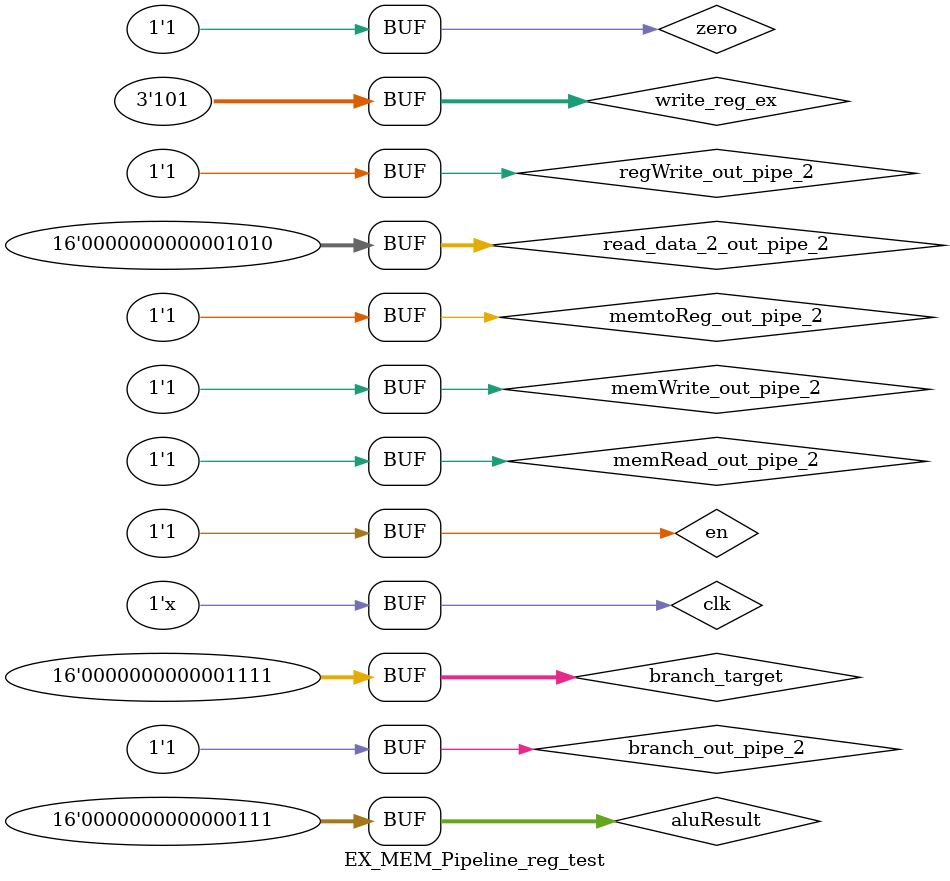
<source format=v>
`timescale 1ns / 1ps


module EX_MEM_Pipeline_reg_test;

	// Inputs
	reg clk;
	reg en;
	reg branch_out_pipe_2;
	reg memWrite_out_pipe_2;
	reg memRead_out_pipe_2;
	reg memtoReg_out_pipe_2;
	reg regWrite_out_pipe_2;
	reg zero;
	reg [15:0] branch_target;
	reg [15:0] aluResult;
	reg [15:0] read_data_2_out_pipe_2;
	reg [2:0] write_reg_ex;

	// Outputs
	wire branch_out_pipe_3;
	wire memWrite_out_pipe_3;
	wire memRead_out_pipe_3;
	wire memtoReg_out_pipe_3;
	wire regWrite_out_pipe_3;
	wire zero_out_pipe_3;
	wire [15:0] branch_target_out_pipe_3;
	wire [15:0] aluResult_out_pipe_3;
	wire [15:0] read_data_2_out_pipe_3;
	wire [2:0] write_reg_ex_out_pipe_3;

	// Instantiate the Unit Under Test (UUT)
	EX_MEM_Pipeline_reg uut (
		.clk(clk), 
		.en(en), 
		.branch_out_pipe_2(branch_out_pipe_2), 
		.memWrite_out_pipe_2(memWrite_out_pipe_2), 
		.memRead_out_pipe_2(memRead_out_pipe_2), 
		.memtoReg_out_pipe_2(memtoReg_out_pipe_2), 
		.regWrite_out_pipe_2(regWrite_out_pipe_2), 
		.zero(zero), 
		.branch_target(branch_target), 
		.aluResult(aluResult), 
		.read_data_2_out_pipe_2(read_data_2_out_pipe_2), 
		.write_reg_ex(write_reg_ex), 
		.branch_out_pipe_3(branch_out_pipe_3), 
		.memWrite_out_pipe_3(memWrite_out_pipe_3), 
		.memRead_out_pipe_3(memRead_out_pipe_3), 
		.memtoReg_out_pipe_3(memtoReg_out_pipe_3), 
		.regWrite_out_pipe_3(regWrite_out_pipe_3), 
		.zero_out_pipe_3(zero_out_pipe_3), 
		.branch_target_out_pipe_3(branch_target_out_pipe_3), 
		.aluResult_out_pipe_3(aluResult_out_pipe_3), 
		.read_data_2_out_pipe_3(read_data_2_out_pipe_3), 
		.write_reg_ex_out_pipe_3(write_reg_ex_out_pipe_3)
	);

	initial begin
		// Initialize Inputs
		clk = 0;
		en = 0;
		branch_out_pipe_2 = 1;
		memWrite_out_pipe_2 = 1;
		memRead_out_pipe_2 = 1;
		memtoReg_out_pipe_2 = 1;
		regWrite_out_pipe_2 = 1;
		zero = 1;
		branch_target = 15;
		aluResult = 7;
		read_data_2_out_pipe_2 = 10;
		write_reg_ex = 5;

		// Wait 100 ns for global reset to finish
		#100;
		en = 1;
        
		// Add stimulus here

	end
   always #10 clk = ~clk;   
endmodule


</source>
